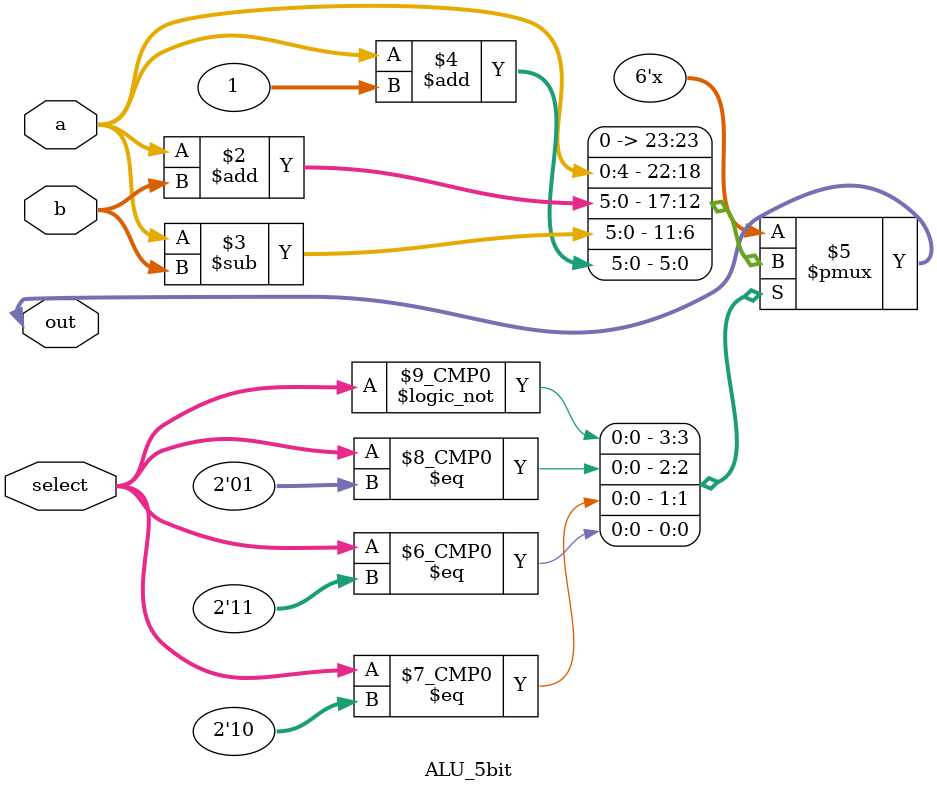
<source format=v>
module ALU_5bit(a,b,select,out);
input [0:4] a,b;
input [0:1] select;
inout [0:5] out;
	always@(a,b,select)
		case (select)
			0 : out <=a;
			1: out <= a+b;
			2 : out <= a-b;
			3 : out <= a+1;
		endcase
endmodule

</source>
